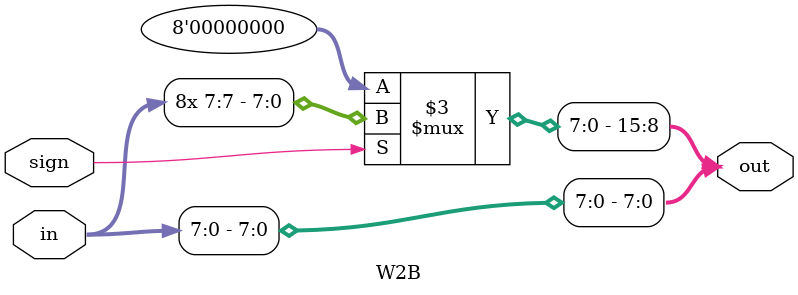
<source format=v>
module W2B(
	input wire [15:0] in,
	input wire sign,
	output reg [15:0] out
);

always @* begin
	if (sign) begin
		out[7:0] = in[7:0];
		out[15:8] = {8{in[7]}};
	end
	else begin
		out[15:8] = 8'b0;
		out[7:0] = in[7:0];
	end		
end
endmodule
</source>
